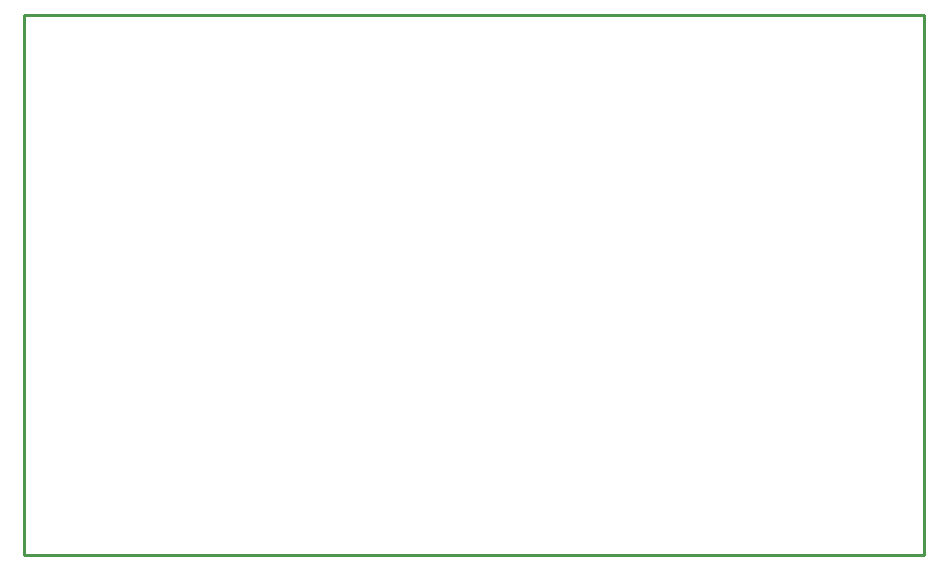
<source format=gm1>
G04*
G04 #@! TF.GenerationSoftware,Altium Limited,Altium Designer,20.2.6 (244)*
G04*
G04 Layer_Color=16711935*
%FSLAX24Y24*%
%MOIN*%
G70*
G04*
G04 #@! TF.SameCoordinates,601DEEF6-7E2B-4F85-A560-B3D03E394376*
G04*
G04*
G04 #@! TF.FilePolarity,Positive*
G04*
G01*
G75*
%ADD10C,0.0100*%
D10*
X41400Y30800D02*
Y48800D01*
X11400Y30800D02*
X41400D01*
X11400Y48800D02*
X41400D01*
X11400Y30800D02*
Y48800D01*
M02*

</source>
